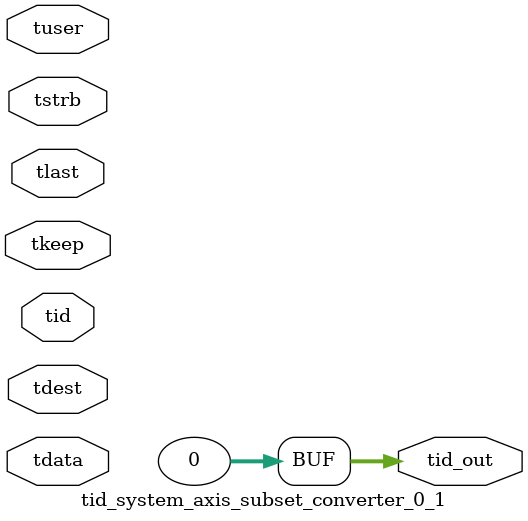
<source format=v>


`timescale 1ps/1ps

module tid_system_axis_subset_converter_0_1 #
(
parameter C_S_AXIS_TID_WIDTH   = 1,
parameter C_S_AXIS_TUSER_WIDTH = 0,
parameter C_S_AXIS_TDATA_WIDTH = 0,
parameter C_S_AXIS_TDEST_WIDTH = 0,
parameter C_M_AXIS_TID_WIDTH   = 32
)
(
input  [(C_S_AXIS_TID_WIDTH   == 0 ? 1 : C_S_AXIS_TID_WIDTH)-1:0       ] tid,
input  [(C_S_AXIS_TDATA_WIDTH == 0 ? 1 : C_S_AXIS_TDATA_WIDTH)-1:0     ] tdata,
input  [(C_S_AXIS_TUSER_WIDTH == 0 ? 1 : C_S_AXIS_TUSER_WIDTH)-1:0     ] tuser,
input  [(C_S_AXIS_TDEST_WIDTH == 0 ? 1 : C_S_AXIS_TDEST_WIDTH)-1:0     ] tdest,
input  [(C_S_AXIS_TDATA_WIDTH/8)-1:0 ] tkeep,
input  [(C_S_AXIS_TDATA_WIDTH/8)-1:0 ] tstrb,
input                                                                    tlast,
output [(C_M_AXIS_TID_WIDTH   == 0 ? 1 : C_M_AXIS_TID_WIDTH)-1:0       ] tid_out
);

assign tid_out = {1'b0};

endmodule


</source>
